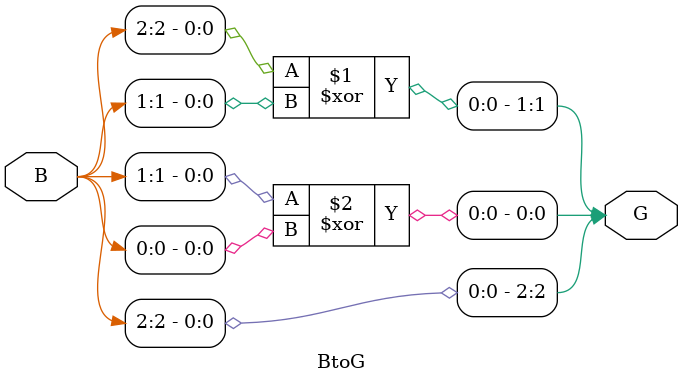
<source format=v>
`timescale 1ns / 1ps


module BtoG(input [2:0]B,output [2:0]G);
assign G[2] = B[2];
assign G[1] = B[2] ^ B[1];
assign G[0] = B[1] ^ B[0];




endmodule


</source>
